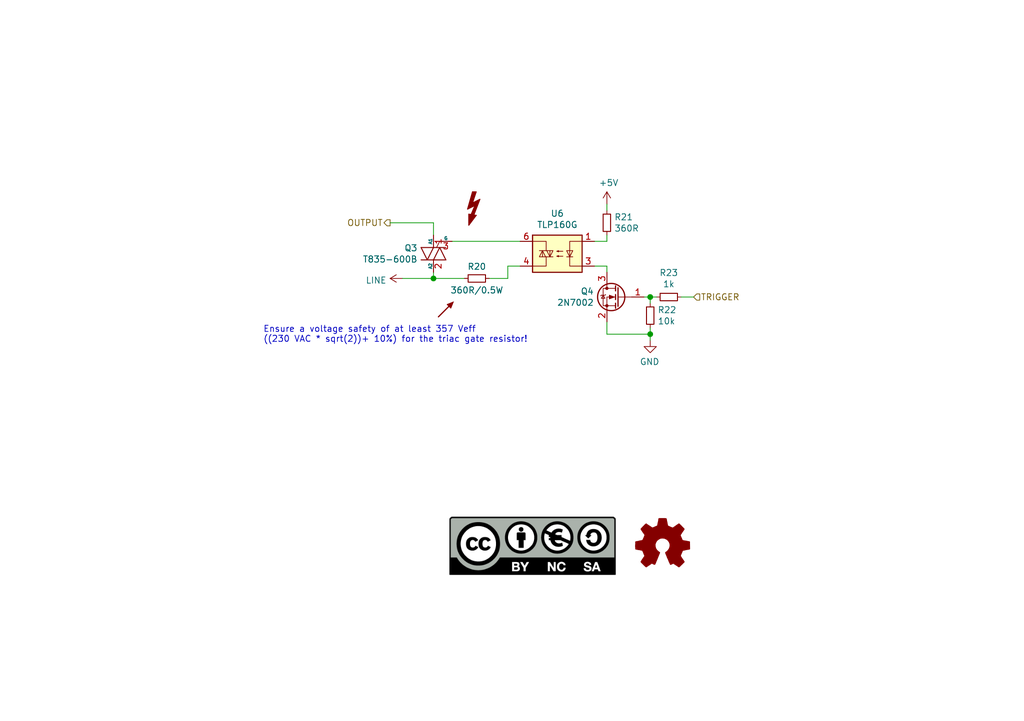
<source format=kicad_sch>
(kicad_sch (version 20201015) (generator eeschema)
  (page 0 6)
  (paper "A5")
  (title_block (title "MadPresso controller") (date "2020-11-18") (rev "1.1"))
  (lib_symbols
    (symbol "Device:R_Small" (pin_numbers hide) (pin_names (offset 0.254) hide)
      (property "Reference" "R" (at 0.762 0.508 0))
      (property "Value" "R_Small" (at 0.762 -1.016 0))
      (symbol "R_Small_0_1"
        (rectangle (start -0.762 1.778) (end 0.762 -1.778) (stroke (width 0.2032)))
      )
      (symbol "R_Small_1_1"
        (pin passive line (at 0 2.54 270) (length 0.762) (name "~") (number "1"))
        (pin passive line (at 0 -2.54 90) (length 0.762) (name "~") (number "2"))
      )
    )
    (symbol "Graphic:Logo_Open_Hardware_Small" (pin_names (offset 1.016))
      (symbol "Logo_Open_Hardware_Small_0_1"
        (polyline (pts (xy 3.3528 -4.3434) (xy 3.302 -4.318) (xy 3.175 -4.2418) (xy 2.9972 -4.1148) (xy 2.7686 -3.9624) (xy 2.54 -3.81) (xy 2.3622 -3.7084) (xy 2.2352 -3.6068) (xy 2.1844 -3.5814) (xy 2.159 -3.6068) (xy 2.0574 -3.6576) (xy 1.905 -3.7338) (xy 1.8034 -3.7846) (xy 1.6764 -3.8354) (xy 1.6002 -3.8354) (xy 1.6002 -3.8354) (xy 1.5494 -3.7338) (xy 1.4732 -3.5306) (xy 1.3462 -3.302) (xy 1.2446 -3.0226) (xy 1.1176 -2.7178) (xy 0.9652 -2.413) (xy 0.8636 -2.1082) (xy 0.7366 -1.8288) (xy 0.6604 -1.6256) (xy 0.6096 -1.4732) (xy 0.5842 -1.397) (xy 0.5842 -1.397) (xy 0.6604 -1.3208) (xy 0.7874 -1.2446) (xy 1.0414 -1.016) (xy 1.2954 -0.6858) (xy 1.4478 -0.3302) (xy 1.524 0.0762) (xy 1.4732 0.4572) (xy 1.3208 0.8128) (xy 1.0668 1.143) (xy 0.762 1.3716) (xy 0.4064 1.524) (xy 0 1.5748) (xy -0.381 1.5494) (xy -0.7366 1.397) (xy -1.0668 1.143) (xy -1.2192 0.9906) (xy -1.397 0.6604) (xy -1.524 0.3048) (xy -1.524 0.2286) (xy -1.4986 -0.1778) (xy -1.397 -0.5334) (xy -1.1938 -0.8636) (xy -0.9144 -1.143) (xy -0.8636 -1.1684) (xy -0.7366 -1.27) (xy -0.635 -1.3462) (xy -0.5842 -1.397) (xy -1.0668 -2.5908) (xy -1.143 -2.794) (xy -1.2954 -3.1242) (xy -1.397 -3.4036) (xy -1.4986 -3.6322) (xy -1.5748 -3.7846) (xy -1.6002 -3.8354) (xy -1.6002 -3.8354) (xy -1.651 -3.8354) (xy -1.7272 -3.81) (xy -1.905 -3.7338) (xy -2.0066 -3.683) (xy -2.1336 -3.6068) (xy -2.2098 -3.5814) (xy -2.2606 -3.6068) (xy -2.3622 -3.683) (xy -2.54 -3.81) (xy -2.7686 -3.9624) (xy -2.9718 -4.0894) (xy -3.1496 -4.2164) (xy -3.302 -4.318) (xy -3.3528 -4.3434) (xy -3.3782 -4.3434) (xy -3.429 -4.318) (xy -3.5306 -4.2164) (xy -3.7084 -4.064) (xy -3.937 -3.8354) (xy -3.9624 -3.81) (xy -4.1656 -3.6068) (xy -4.318 -3.4544) (xy -4.4196 -3.3274) (xy -4.445 -3.2766) (xy -4.445 -3.2766) (xy -4.4196 -3.2258) (xy -4.318 -3.0734) (xy -4.2164 -2.8956) (xy -4.064 -2.667) (xy -3.6576 -2.0828) (xy -3.8862 -1.5494) (xy -3.937 -1.3716) (xy -4.0386 -1.1684) (xy -4.0894 -1.0414) (xy -4.1148 -0.9652) (xy -4.191 -0.9398) (xy -4.318 -0.9144) (xy -4.5466 -0.8636) (xy -4.8006 -0.8128) (xy -5.0546 -0.7874) (xy -5.2578 -0.7366) (xy -5.4356 -0.7112) (xy -5.5118 -0.6858) (xy -5.5118 -0.6858) (xy -5.5372 -0.635) (xy -5.5372 -0.5588) (xy -5.5372 -0.4318) (xy -5.5626 -0.2286) (xy -5.5626 0.0762) (xy -5.5626 0.127) (xy -5.5372 0.4064) (xy -5.5372 0.635) (xy -5.5372 0.762) (xy -5.5372 0.8382) (xy -5.5372 0.8382) (xy -5.461 0.8382) (xy -5.3086 0.889) (xy -5.08 0.9144) (xy -4.826 0.9652) (xy -4.8006 0.9906) (xy -4.5466 1.0414) (xy -4.318 1.0668) (xy -4.1656 1.1176) (xy -4.0894 1.143) (xy -4.0894 1.143) (xy -4.0386 1.2446) (xy -3.9624 1.4224) (xy -3.8608 1.6256) (xy -3.7846 1.8288) (xy -3.7084 2.0066) (xy -3.6576 2.159) (xy -3.6322 2.2098) (xy -3.6322 2.2098) (xy -3.683 2.286) (xy -3.7592 2.413) (xy -3.8862 2.5908) (xy -4.064 2.8194) (xy -4.064 2.8448) (xy -4.2164 3.0734) (xy -4.3434 3.2512) (xy -4.4196 3.3782) (xy -4.445 3.4544) (xy -4.445 3.4544) (xy -4.3942 3.5052) (xy -4.2926 3.6322) (xy -4.1148 3.81) (xy -3.937 4.0132) (xy -3.8608 4.064) (xy -3.6576 4.2926) (xy -3.5052 4.4196) (xy -3.4036 4.4958) (xy -3.3528 4.5212) (xy -3.3528 4.5212) (xy -3.302 4.4704) (xy -3.1496 4.3688) (xy -2.9718 4.2418) (xy -2.7432 4.0894) (xy -2.7178 4.0894) (xy -2.4892 3.937) (xy -2.3114 3.81) (xy -2.1844 3.7084) (xy -2.1336 3.683) (xy -2.1082 3.683) (xy -2.032 3.7084) (xy -1.8542 3.7592) (xy -1.6764 3.8354) (xy -1.4732 3.937) (xy -1.27 4.0132) (xy -1.143 4.064) (xy -1.0668 4.1148) (xy -1.0668 4.1148) (xy -1.0414 4.191) (xy -1.016 4.3434) (xy -0.9652 4.572) (xy -0.9144 4.8514) (xy -0.889 4.9022) (xy -0.8382 5.1562) (xy -0.8128 5.3848) (xy -0.7874 5.5372) (xy -0.762 5.588) (xy -0.7112 5.6134) (xy -0.5842 5.6134) (xy -0.4064 5.6134) (xy -0.1524 5.6134) (xy 0.0762 5.6134) (xy 0.3302 5.6134) (xy 0.5334 5.6134) (xy 0.6858 5.588) (xy 0.7366 5.588) (xy 0.7366 5.588) (xy 0.762 5.5118) (xy 0.8128 5.334) (xy 0.8382 5.1054) (xy 0.9144 4.826) (xy 0.9144 4.7752) (xy 0.9652 4.5212) (xy 1.016 4.2926) (xy 1.0414 4.1402) (xy 1.0668 4.0894) (xy 1.0668 4.0894) (xy 1.1938 4.0386) (xy 1.3716 3.9624) (xy 1.5748 3.8608) (xy 2.0828 3.6576) (xy 2.7178 4.0894) (xy 2.7686 4.1402) (xy 2.9972 4.2926) (xy 3.175 4.4196) (xy 3.302 4.4958) (xy 3.3782 4.5212) (xy 3.3782 4.5212) (xy 3.429 4.4704) (xy 3.556 4.3434) (xy 3.7338 4.191) (xy 3.9116 3.9878) (xy 4.064 3.8354) (xy 4.2418 3.6576) (xy 4.3434 3.556) (xy 4.4196 3.4798) (xy 4.4196 3.429) (xy 4.4196 3.4036) (xy 4.3942 3.3274) (xy 4.2926 3.2004) (xy 4.1656 2.9972) (xy 4.0132 2.794) (xy 3.8862 2.5908) (xy 3.7592 2.3876) (xy 3.6576 2.2352) (xy 3.6322 2.159) (xy 3.6322 2.1336) (xy 3.683 2.0066) (xy 3.7592 1.8288) (xy 3.8608 1.6002) (xy 4.064 1.1176) (xy 4.3942 1.0414) (xy 4.5974 1.016) (xy 4.8768 0.9652) (xy 5.1308 0.9144) (xy 5.5372 0.8382) (xy 5.5626 -0.6604) (xy 5.4864 -0.6858) (xy 5.4356 -0.6858) (xy 5.2832 -0.7366) (xy 5.0546 -0.762) (xy 4.8006 -0.8128) (xy 4.5974 -0.8636) (xy 4.3688 -0.9144) (xy 4.2164 -0.9398) (xy 4.1402 -0.9398) (xy 4.1148 -0.9652) (xy 4.064 -1.0668) (xy 3.9878 -1.2446) (xy 3.9116 -1.4478) (xy 3.81 -1.651) (xy 3.7338 -1.8542) (xy 3.683 -2.0066) (xy 3.6576 -2.0828) (xy 3.683 -2.1336) (xy 3.7846 -2.2606) (xy 3.8862 -2.4638) (xy 4.0386 -2.667) (xy 4.191 -2.8956) (xy 4.318 -3.0734) (xy 4.3942 -3.2004) (xy 4.445 -3.2766) (xy 4.4196 -3.3274) (xy 4.3434 -3.429) (xy 4.1656 -3.5814) (xy 3.937 -3.8354) (xy 3.8862 -3.8608) (xy 3.683 -4.064) (xy 3.5306 -4.2164) (xy 3.4036 -4.318) (xy 3.3528 -4.3434)) (fill (type outline)))
      )
    )
    (symbol "Graphic:SYM_Arrow45_Small" (pin_names (offset 1.016))
      (symbol "SYM_Arrow45_Small_0_1"
        (polyline (pts (xy 1.27 -1.27) (xy -1.524 1.524)) (stroke (width 0.254)))
        (polyline (pts (xy 1.524 -1.524) (xy 0.254 -1.016) (xy 1.016 -0.254) (xy 1.524 -1.524)) (fill (type outline)))
      )
    )
    (symbol "Graphic:SYM_Flash_Small" (pin_names (offset 1.016))
      (symbol "SYM_Flash_Small_0_1"
        (polyline (pts (xy 0.508 -1.016) (xy -1.016 -0.762) (xy -1.016 -3.048) (xy 0.508 -1.016)) (stroke (width 0.2032)) (fill (type outline)))
        (polyline (pts (xy -0.254 3.81) (xy 0.508 3.81) (xy -0.254 1.524) (xy 1.27 2.286) (xy 0 -1.016) (xy -0.508 -0.762) (xy 0.254 1.016) (xy -1.27 0.254) (xy -0.254 3.81)) (stroke (width 0.2032)) (fill (type outline)))
      )
    )
    (symbol "Relay_SolidState:TLP160G"
      (property "Reference" "U" (at -5.08 5.08 0))
      (property "Value" "TLP160G" (at -5.08 -5.08 0))
      (symbol "TLP160G_0_1"
        (rectangle (start -5.08 3.81) (end 5.08 -3.81) (stroke (width 0.254)) (fill (type background)))
        (polyline (pts (xy -3.175 -0.635) (xy -1.905 -0.635)))
        (polyline (pts (xy 1.524 -0.635) (xy 1.524 0.635)))
        (polyline (pts (xy 3.048 0.635) (xy 3.048 -0.635)))
        (polyline (pts (xy 2.286 -0.635) (xy 2.286 -2.54) (xy 5.08 -2.54)))
        (polyline (pts (xy 2.286 0.635) (xy 2.286 2.54) (xy 5.08 2.54)))
        (polyline (pts (xy -5.08 2.54) (xy -2.54 2.54) (xy -2.54 -2.54) (xy -5.08 -2.54)))
        (polyline (pts (xy -2.54 -0.635) (xy -3.175 0.635) (xy -1.905 0.635) (xy -2.54 -0.635)))
        (polyline (pts (xy 0.889 -0.635) (xy 3.683 -0.635) (xy 3.048 0.635) (xy 2.413 -0.635)))
        (polyline (pts (xy 3.683 0.635) (xy 0.889 0.635) (xy 1.524 -0.635) (xy 2.159 0.635)))
        (polyline (pts (xy -1.143 -0.508) (xy 0.127 -0.508) (xy -0.254 -0.635) (xy -0.254 -0.381) (xy 0.127 -0.508)))
        (polyline (pts (xy -1.143 0.508) (xy 0.127 0.508) (xy -0.254 0.381) (xy -0.254 0.635) (xy 0.127 0.508)))
      )
      (symbol "TLP160G_1_1"
        (pin passive line (at -7.62 2.54 0) (length 2.54) (name "~") (number "1"))
        (pin passive line (at -7.62 -2.54 0) (length 2.54) (name "~") (number "3"))
        (pin passive line (at 7.62 -2.54 180) (length 2.54) (name "~") (number "4"))
        (pin passive line (at 7.62 2.54 180) (length 2.54) (name "~") (number "6"))
      )
    )
    (symbol "Transistor_FET:2N7002" (pin_names hide)
      (property "Reference" "Q" (at 5.08 1.905 0))
      (property "Value" "2N7002" (at 5.08 0 0))
      (symbol "2N7002_0_1"
        (circle (center 1.651 0) (radius 2.794) (stroke (width 0.254)))
        (circle (center 2.54 -1.778) (radius 0.254) (fill (type outline)))
        (circle (center 2.54 1.778) (radius 0.254) (fill (type outline)))
        (polyline (pts (xy 0.254 0) (xy -2.54 0)))
        (polyline (pts (xy 0.254 1.905) (xy 0.254 -1.905)) (stroke (width 0.254)))
        (polyline (pts (xy 0.762 -1.27) (xy 0.762 -2.286)) (stroke (width 0.254)))
        (polyline (pts (xy 0.762 0.508) (xy 0.762 -0.508)) (stroke (width 0.254)))
        (polyline (pts (xy 0.762 2.286) (xy 0.762 1.27)) (stroke (width 0.254)))
        (polyline (pts (xy 2.54 2.54) (xy 2.54 1.778)))
        (polyline (pts (xy 2.54 -2.54) (xy 2.54 0) (xy 0.762 0)))
        (polyline (pts (xy 0.762 -1.778) (xy 3.302 -1.778) (xy 3.302 1.778) (xy 0.762 1.778)))
        (polyline (pts (xy 1.016 0) (xy 2.032 0.381) (xy 2.032 -0.381) (xy 1.016 0)) (fill (type outline)))
        (polyline (pts (xy 2.794 0.508) (xy 2.921 0.381) (xy 3.683 0.381) (xy 3.81 0.254)))
        (polyline (pts (xy 3.302 0.381) (xy 2.921 -0.254) (xy 3.683 -0.254) (xy 3.302 0.381)))
      )
      (symbol "2N7002_1_1"
        (pin input line (at -5.08 0 0) (length 2.54) (name "G") (number "1"))
        (pin passive line (at 2.54 -5.08 90) (length 2.54) (name "S") (number "2"))
        (pin passive line (at 2.54 5.08 270) (length 2.54) (name "D") (number "3"))
      )
    )
    (symbol "Triac_Thyristor:BT138-600" (pin_names (offset 0))
      (property "Reference" "Q" (at 5.08 1.905 0))
      (property "Value" "BT138-600" (at 5.08 0 0))
      (symbol "BT138-600_0_1"
        (polyline (pts (xy -2.54 -1.27) (xy 2.54 -1.27)) (stroke (width 0.2032)))
        (polyline (pts (xy -2.54 1.27) (xy 2.54 1.27)) (stroke (width 0.2032)))
        (polyline (pts (xy -1.27 -2.54) (xy -0.635 -1.27)))
        (polyline (pts (xy -2.54 1.27) (xy -1.27 -1.27) (xy 0 1.27)) (stroke (width 0.2032)))
        (polyline (pts (xy 0 -1.27) (xy 1.27 1.27) (xy 2.54 -1.27)) (stroke (width 0.2032)))
      )
      (symbol "BT138-600_1_1"
        (pin passive line (at 0 -3.81 90) (length 2.54) (name "A1") (number "1"))
        (pin passive line (at 0 3.81 270) (length 2.54) (name "A2") (number "2"))
        (pin input line (at -3.81 -2.54 0) (length 2.54) (name "G") (number "3"))
      )
    )
    (symbol "power:+5V" (power) (pin_names (offset 0))
      (property "Value" "+5V" (at 0 3.556 0))
      (symbol "+5V_0_1"
        (polyline (pts (xy -0.762 1.27) (xy 0 2.54)))
        (polyline (pts (xy 0 0) (xy 0 2.54)))
        (polyline (pts (xy 0 2.54) (xy 0.762 1.27)))
      )
      (symbol "+5V_1_1"
        (pin power_in line (at 0 0 90) (length 0) hide (name "+5V") (number "1"))
      )
    )
    (symbol "power:GND" (power) (pin_names (offset 0))
      (property "Value" "GND" (at 0 -3.81 0))
      (symbol "GND_0_1"
        (polyline (pts (xy 0 0) (xy 0 -1.27) (xy 1.27 -1.27) (xy 0 -2.54) (xy -1.27 -1.27) (xy 0 -1.27)))
      )
      (symbol "GND_1_1"
        (pin power_in line (at 0 0 270) (length 0) hide (name "GND") (number "1"))
      )
    )
    (symbol "power:LINE" (power) (pin_names (offset 0))
      (property "Value" "LINE" (at 0 3.81 0))
      (symbol "LINE_0_1"
        (polyline (pts (xy -0.762 1.27) (xy 0 2.54)))
        (polyline (pts (xy 0 0) (xy 0 2.54)))
        (polyline (pts (xy 0 2.54) (xy 0.762 1.27)))
      )
      (symbol "LINE_1_1"
        (pin power_in line (at 0 0 90) (length 0) hide (name "LINE") (number "1"))
      )
    )
  )
  (junction (at 88.9 57.15) (diameter 1.016))
  (junction (at 133.35 60.96) (diameter 1.016))
  (junction (at 133.35 68.58) (diameter 1.016))
  (wire (pts (xy 88.9 45.72) (xy 80.01 45.72)))
  (wire (pts (xy 88.9 45.72) (xy 88.9 48.26)))
  (wire (pts (xy 88.9 57.15) (xy 82.55 57.15)))
  (wire (pts (xy 88.9 57.15) (xy 88.9 55.88)))
  (wire (pts (xy 88.9 57.15) (xy 95.25 57.15)))
  (wire (pts (xy 92.71 49.53) (xy 106.68 49.53)))
  (wire (pts (xy 100.33 57.15) (xy 104.14 57.15)))
  (wire (pts (xy 104.14 54.61) (xy 104.14 57.15)))
  (wire (pts (xy 106.68 54.61) (xy 104.14 54.61)))
  (wire (pts (xy 121.92 49.53) (xy 124.46 49.53)))
  (wire (pts (xy 124.46 43.18) (xy 124.46 41.91)))
  (wire (pts (xy 124.46 49.53) (xy 124.46 48.26)))
  (wire (pts (xy 124.46 54.61) (xy 121.92 54.61)))
  (wire (pts (xy 124.46 55.88) (xy 124.46 54.61)))
  (wire (pts (xy 124.46 68.58) (xy 124.46 66.04)))
  (wire (pts (xy 133.35 60.96) (xy 132.08 60.96)))
  (wire (pts (xy 133.35 62.23) (xy 133.35 60.96)))
  (wire (pts (xy 133.35 67.31) (xy 133.35 68.58)))
  (wire (pts (xy 133.35 68.58) (xy 124.46 68.58)))
  (wire (pts (xy 133.35 68.58) (xy 133.35 69.85)))
  (wire (pts (xy 134.62 60.96) (xy 133.35 60.96)))
  (wire (pts (xy 139.7 60.96) (xy 142.24 60.96)))
  (image (at 109.22 112.014))
  (text "Ensure a voltage safety of at least 357 Veff\n((230 VAC * sqrt(2))+ 10%) for the triac gate resistor!" (at 53.975 70.485 0) (effects (font (size 1.27 1.27)) (justify left bottom)))
  (hierarchical_label "OUTPUT" (shape output) (at 80.01 45.72 180))
  (hierarchical_label "TRIGGER" (shape input) (at 142.24 60.96 0))
  (symbol (lib_id "power:LINE") (at 82.55 57.15 90) (mirror x)
    (property "Reference" "#PWR045" (effects hide))
    (property "Value" "LINE" (at 79.2988 57.531 90) (effects (justify left)))
  )
  (symbol (lib_id "power:+5V") (at 124.46 41.91 0)
    (property "Reference" "#PWR046" (effects hide))
    (property "Value" "+5V" (at 124.841 37.5158 0))
  )
  (symbol (lib_id "power:GND") (at 133.35 69.85 0) (mirror y)
    (property "Reference" "#PWR047" (effects hide))
    (property "Value" "GND" (at 133.223 74.2442 0))
  )
  (symbol (lib_id "Graphic:SYM_Arrow45_Small") (at 91.44 63.5 90)
    (property "Reference" "#SYM?" (effects hide))
    (property "Value" "SYM_Arrow45_Small" (effects hide))
  )
  (symbol (lib_id "Device:R_Small") (at 97.79 57.15 270)
    (property "Reference" "R20" (at 97.79 54.7116 90))
    (property "Value" "360R/0.5W" (at 97.79 59.563 90))
    (property "Footprint" "Resistor_SMD:R_1206_3216Metric_Pad1.30x1.75mm_HandSolder" (effects hide))
    (property "Datasheet" "https://docs.rs-online.com/ef78/0900766b812cb812.pdf" (effects hide))
    (property "Part" "Panasonic ERJP08F3600V" (effects hide))
  )
  (symbol (lib_id "Device:R_Small") (at 124.46 45.72 180)
    (property "Reference" "R21" (at 125.9586 44.5516 0) (effects (justify right)))
    (property "Value" "360R" (at 125.9586 46.863 0) (effects (justify right)))
    (property "Footprint" "Resistor_SMD:R_0603_1608Metric_Pad0.98x0.95mm_HandSolder" (effects hide))
  )
  (symbol (lib_id "Device:R_Small") (at 133.35 64.77 0)
    (property "Reference" "R22" (at 134.8486 63.6016 0) (effects (justify left)))
    (property "Value" "10k" (at 134.8486 65.913 0) (effects (justify left)))
    (property "Footprint" "Resistor_SMD:R_0603_1608Metric_Pad0.98x0.95mm_HandSolder" (effects hide))
  )
  (symbol (lib_id "Device:R_Small") (at 137.16 60.96 270)
    (property "Reference" "R23" (at 137.16 55.9816 90))
    (property "Value" "1k" (at 137.16 58.293 90))
    (property "Footprint" "Resistor_SMD:R_0603_1608Metric_Pad0.98x0.95mm_HandSolder" (effects hide))
  )
  (symbol (lib_id "Graphic:SYM_Flash_Small") (at 97.155 43.18 0)
    (property "Reference" "#SYM?" (effects hide))
    (property "Value" "SYM_Flash_Small" (effects hide))
  )
  (symbol (lib_id "Triac_Thyristor:BT138-600") (at 88.9 52.07 180)
    (property "Reference" "Q3" (at 85.6488 50.9016 0) (effects (justify left)))
    (property "Value" "T835-600B" (at 85.6488 53.213 0) (effects (justify left)))
    (property "Footprint" "Package_TO_SOT_SMD:TO-252-2" (effects hide))
    (property "Datasheet" "https://assets.nexperia.com/documents/data-sheet/BT138_SER_D_E.pdf" (effects hide))
  )
  (symbol (lib_id "Transistor_FET:2N7002") (at 127 60.96 0) (mirror y)
    (property "Reference" "Q4" (at 121.8184 59.7916 0) (effects (justify left)))
    (property "Value" "2N7002" (at 121.8184 62.103 0) (effects (justify left)))
    (property "Footprint" "Package_TO_SOT_SMD:SOT-23" (effects hide))
    (property "Datasheet" "https://www.onsemi.com/pub/Collateral/NDS7002A-D.PDF" (effects hide))
  )
  (symbol (lib_id "Graphic:Logo_Open_Hardware_Small") (at 135.89 112.014 0)
    (property "Reference" "#LOGO?" (effects hide))
    (property "Value" "Logo_Open_Hardware_Small" (effects hide))
  )
  (symbol (lib_id "Relay_SolidState:TLP160G") (at 114.3 52.07 0) (mirror y)
    (property "Reference" "U6" (at 114.3 43.815 0))
    (property "Value" "TLP160G" (at 114.3 46.1264 0))
    (property "Footprint" "Package_SO:MFSOP6-4_4.4x3.6mm_P1.27mm" (effects hide))
    (property "Datasheet" "https://toshiba.semicon-storage.com/info/docget.jsp?did=16916&prodName=TLP160G" (effects hide))
  )
)
</source>
